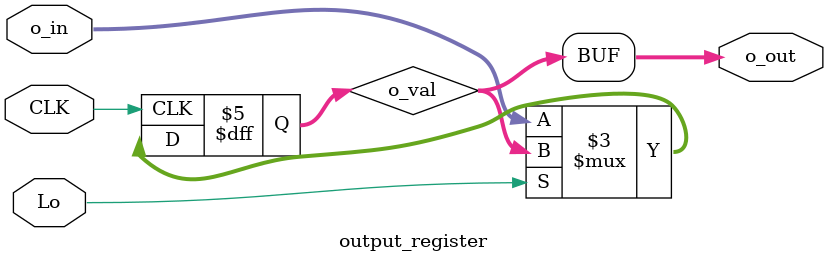
<source format=v>
module output_register(CLK, Lo, o_in, o_out);

	input CLK, Lo;
    input [7:0] o_in;
    output [7:0] o_out;
	reg [7:0]o_val;
	
	always @(posedge CLK) begin
		
		if (~Lo) 
			o_val <= o_in;
	end
	
	assign o_out = o_val;
	
	
endmodule



</source>
